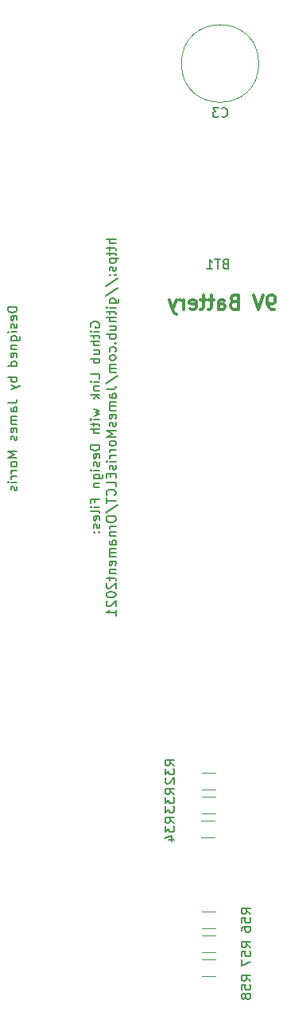
<source format=gbr>
%TF.GenerationSoftware,KiCad,Pcbnew,(5.1.9)-1*%
%TF.CreationDate,2021-12-13T22:42:44-05:00*%
%TF.ProjectId,Ornament,4f726e61-6d65-46e7-942e-6b696361645f,rev?*%
%TF.SameCoordinates,Original*%
%TF.FileFunction,Legend,Bot*%
%TF.FilePolarity,Positive*%
%FSLAX46Y46*%
G04 Gerber Fmt 4.6, Leading zero omitted, Abs format (unit mm)*
G04 Created by KiCad (PCBNEW (5.1.9)-1) date 2021-12-13 22:42:44*
%MOMM*%
%LPD*%
G01*
G04 APERTURE LIST*
%ADD10C,0.200000*%
%ADD11C,0.300000*%
%ADD12C,0.120000*%
%ADD13C,0.150000*%
G04 APERTURE END LIST*
D10*
X121864380Y-87821714D02*
X120864380Y-87821714D01*
X120864380Y-88059809D01*
X120912000Y-88202666D01*
X121007238Y-88297904D01*
X121102476Y-88345523D01*
X121292952Y-88393142D01*
X121435809Y-88393142D01*
X121626285Y-88345523D01*
X121721523Y-88297904D01*
X121816761Y-88202666D01*
X121864380Y-88059809D01*
X121864380Y-87821714D01*
X121816761Y-89202666D02*
X121864380Y-89107428D01*
X121864380Y-88916952D01*
X121816761Y-88821714D01*
X121721523Y-88774095D01*
X121340571Y-88774095D01*
X121245333Y-88821714D01*
X121197714Y-88916952D01*
X121197714Y-89107428D01*
X121245333Y-89202666D01*
X121340571Y-89250285D01*
X121435809Y-89250285D01*
X121531047Y-88774095D01*
X121816761Y-89631238D02*
X121864380Y-89726476D01*
X121864380Y-89916952D01*
X121816761Y-90012190D01*
X121721523Y-90059809D01*
X121673904Y-90059809D01*
X121578666Y-90012190D01*
X121531047Y-89916952D01*
X121531047Y-89774095D01*
X121483428Y-89678857D01*
X121388190Y-89631238D01*
X121340571Y-89631238D01*
X121245333Y-89678857D01*
X121197714Y-89774095D01*
X121197714Y-89916952D01*
X121245333Y-90012190D01*
X121864380Y-90488380D02*
X121197714Y-90488380D01*
X120864380Y-90488380D02*
X120912000Y-90440761D01*
X120959619Y-90488380D01*
X120912000Y-90536000D01*
X120864380Y-90488380D01*
X120959619Y-90488380D01*
X121197714Y-91393142D02*
X122007238Y-91393142D01*
X122102476Y-91345523D01*
X122150095Y-91297904D01*
X122197714Y-91202666D01*
X122197714Y-91059809D01*
X122150095Y-90964571D01*
X121816761Y-91393142D02*
X121864380Y-91297904D01*
X121864380Y-91107428D01*
X121816761Y-91012190D01*
X121769142Y-90964571D01*
X121673904Y-90916952D01*
X121388190Y-90916952D01*
X121292952Y-90964571D01*
X121245333Y-91012190D01*
X121197714Y-91107428D01*
X121197714Y-91297904D01*
X121245333Y-91393142D01*
X121197714Y-91869333D02*
X121864380Y-91869333D01*
X121292952Y-91869333D02*
X121245333Y-91916952D01*
X121197714Y-92012190D01*
X121197714Y-92155047D01*
X121245333Y-92250285D01*
X121340571Y-92297904D01*
X121864380Y-92297904D01*
X121816761Y-93155047D02*
X121864380Y-93059809D01*
X121864380Y-92869333D01*
X121816761Y-92774095D01*
X121721523Y-92726476D01*
X121340571Y-92726476D01*
X121245333Y-92774095D01*
X121197714Y-92869333D01*
X121197714Y-93059809D01*
X121245333Y-93155047D01*
X121340571Y-93202666D01*
X121435809Y-93202666D01*
X121531047Y-92726476D01*
X121864380Y-94059809D02*
X120864380Y-94059809D01*
X121816761Y-94059809D02*
X121864380Y-93964571D01*
X121864380Y-93774095D01*
X121816761Y-93678857D01*
X121769142Y-93631238D01*
X121673904Y-93583619D01*
X121388190Y-93583619D01*
X121292952Y-93631238D01*
X121245333Y-93678857D01*
X121197714Y-93774095D01*
X121197714Y-93964571D01*
X121245333Y-94059809D01*
X121864380Y-95297904D02*
X120864380Y-95297904D01*
X121245333Y-95297904D02*
X121197714Y-95393142D01*
X121197714Y-95583619D01*
X121245333Y-95678857D01*
X121292952Y-95726476D01*
X121388190Y-95774095D01*
X121673904Y-95774095D01*
X121769142Y-95726476D01*
X121816761Y-95678857D01*
X121864380Y-95583619D01*
X121864380Y-95393142D01*
X121816761Y-95297904D01*
X121197714Y-96107428D02*
X121864380Y-96345523D01*
X121197714Y-96583619D02*
X121864380Y-96345523D01*
X122102476Y-96250285D01*
X122150095Y-96202666D01*
X122197714Y-96107428D01*
X120864380Y-98012190D02*
X121578666Y-98012190D01*
X121721523Y-97964571D01*
X121816761Y-97869333D01*
X121864380Y-97726476D01*
X121864380Y-97631238D01*
X121864380Y-98916952D02*
X121340571Y-98916952D01*
X121245333Y-98869333D01*
X121197714Y-98774095D01*
X121197714Y-98583619D01*
X121245333Y-98488380D01*
X121816761Y-98916952D02*
X121864380Y-98821714D01*
X121864380Y-98583619D01*
X121816761Y-98488380D01*
X121721523Y-98440761D01*
X121626285Y-98440761D01*
X121531047Y-98488380D01*
X121483428Y-98583619D01*
X121483428Y-98821714D01*
X121435809Y-98916952D01*
X121864380Y-99393142D02*
X121197714Y-99393142D01*
X121292952Y-99393142D02*
X121245333Y-99440761D01*
X121197714Y-99536000D01*
X121197714Y-99678857D01*
X121245333Y-99774095D01*
X121340571Y-99821714D01*
X121864380Y-99821714D01*
X121340571Y-99821714D02*
X121245333Y-99869333D01*
X121197714Y-99964571D01*
X121197714Y-100107428D01*
X121245333Y-100202666D01*
X121340571Y-100250285D01*
X121864380Y-100250285D01*
X121816761Y-101107428D02*
X121864380Y-101012190D01*
X121864380Y-100821714D01*
X121816761Y-100726476D01*
X121721523Y-100678857D01*
X121340571Y-100678857D01*
X121245333Y-100726476D01*
X121197714Y-100821714D01*
X121197714Y-101012190D01*
X121245333Y-101107428D01*
X121340571Y-101155047D01*
X121435809Y-101155047D01*
X121531047Y-100678857D01*
X121816761Y-101536000D02*
X121864380Y-101631238D01*
X121864380Y-101821714D01*
X121816761Y-101916952D01*
X121721523Y-101964571D01*
X121673904Y-101964571D01*
X121578666Y-101916952D01*
X121531047Y-101821714D01*
X121531047Y-101678857D01*
X121483428Y-101583619D01*
X121388190Y-101536000D01*
X121340571Y-101536000D01*
X121245333Y-101583619D01*
X121197714Y-101678857D01*
X121197714Y-101821714D01*
X121245333Y-101916952D01*
X121864380Y-103155047D02*
X120864380Y-103155047D01*
X121578666Y-103488380D01*
X120864380Y-103821714D01*
X121864380Y-103821714D01*
X121864380Y-104440761D02*
X121816761Y-104345523D01*
X121769142Y-104297904D01*
X121673904Y-104250285D01*
X121388190Y-104250285D01*
X121292952Y-104297904D01*
X121245333Y-104345523D01*
X121197714Y-104440761D01*
X121197714Y-104583619D01*
X121245333Y-104678857D01*
X121292952Y-104726476D01*
X121388190Y-104774095D01*
X121673904Y-104774095D01*
X121769142Y-104726476D01*
X121816761Y-104678857D01*
X121864380Y-104583619D01*
X121864380Y-104440761D01*
X121864380Y-105202666D02*
X121197714Y-105202666D01*
X121388190Y-105202666D02*
X121292952Y-105250285D01*
X121245333Y-105297904D01*
X121197714Y-105393142D01*
X121197714Y-105488380D01*
X121864380Y-105821714D02*
X121197714Y-105821714D01*
X121388190Y-105821714D02*
X121292952Y-105869333D01*
X121245333Y-105916952D01*
X121197714Y-106012190D01*
X121197714Y-106107428D01*
X121864380Y-106440761D02*
X121197714Y-106440761D01*
X120864380Y-106440761D02*
X120912000Y-106393142D01*
X120959619Y-106440761D01*
X120912000Y-106488380D01*
X120864380Y-106440761D01*
X120959619Y-106440761D01*
X121816761Y-106869333D02*
X121864380Y-106964571D01*
X121864380Y-107155047D01*
X121816761Y-107250285D01*
X121721523Y-107297904D01*
X121673904Y-107297904D01*
X121578666Y-107250285D01*
X121531047Y-107155047D01*
X121531047Y-107012190D01*
X121483428Y-106916952D01*
X121388190Y-106869333D01*
X121340571Y-106869333D01*
X121245333Y-106916952D01*
X121197714Y-107012190D01*
X121197714Y-107155047D01*
X121245333Y-107250285D01*
X129714000Y-89964952D02*
X129666380Y-89869714D01*
X129666380Y-89726857D01*
X129714000Y-89584000D01*
X129809238Y-89488761D01*
X129904476Y-89441142D01*
X130094952Y-89393523D01*
X130237809Y-89393523D01*
X130428285Y-89441142D01*
X130523523Y-89488761D01*
X130618761Y-89584000D01*
X130666380Y-89726857D01*
X130666380Y-89822095D01*
X130618761Y-89964952D01*
X130571142Y-90012571D01*
X130237809Y-90012571D01*
X130237809Y-89822095D01*
X130666380Y-90441142D02*
X129999714Y-90441142D01*
X129666380Y-90441142D02*
X129714000Y-90393523D01*
X129761619Y-90441142D01*
X129714000Y-90488761D01*
X129666380Y-90441142D01*
X129761619Y-90441142D01*
X129999714Y-90774476D02*
X129999714Y-91155428D01*
X129666380Y-90917333D02*
X130523523Y-90917333D01*
X130618761Y-90964952D01*
X130666380Y-91060190D01*
X130666380Y-91155428D01*
X130666380Y-91488761D02*
X129666380Y-91488761D01*
X130666380Y-91917333D02*
X130142571Y-91917333D01*
X130047333Y-91869714D01*
X129999714Y-91774476D01*
X129999714Y-91631619D01*
X130047333Y-91536380D01*
X130094952Y-91488761D01*
X129999714Y-92822095D02*
X130666380Y-92822095D01*
X129999714Y-92393523D02*
X130523523Y-92393523D01*
X130618761Y-92441142D01*
X130666380Y-92536380D01*
X130666380Y-92679238D01*
X130618761Y-92774476D01*
X130571142Y-92822095D01*
X130666380Y-93298285D02*
X129666380Y-93298285D01*
X130047333Y-93298285D02*
X129999714Y-93393523D01*
X129999714Y-93584000D01*
X130047333Y-93679238D01*
X130094952Y-93726857D01*
X130190190Y-93774476D01*
X130475904Y-93774476D01*
X130571142Y-93726857D01*
X130618761Y-93679238D01*
X130666380Y-93584000D01*
X130666380Y-93393523D01*
X130618761Y-93298285D01*
X130666380Y-95441142D02*
X130666380Y-94964952D01*
X129666380Y-94964952D01*
X130666380Y-95774476D02*
X129999714Y-95774476D01*
X129666380Y-95774476D02*
X129714000Y-95726857D01*
X129761619Y-95774476D01*
X129714000Y-95822095D01*
X129666380Y-95774476D01*
X129761619Y-95774476D01*
X129999714Y-96250666D02*
X130666380Y-96250666D01*
X130094952Y-96250666D02*
X130047333Y-96298285D01*
X129999714Y-96393523D01*
X129999714Y-96536380D01*
X130047333Y-96631619D01*
X130142571Y-96679238D01*
X130666380Y-96679238D01*
X130666380Y-97155428D02*
X129666380Y-97155428D01*
X130285428Y-97250666D02*
X130666380Y-97536380D01*
X129999714Y-97536380D02*
X130380666Y-97155428D01*
X129999714Y-98631619D02*
X130666380Y-98822095D01*
X130190190Y-99012571D01*
X130666380Y-99203047D01*
X129999714Y-99393523D01*
X130666380Y-99774476D02*
X129999714Y-99774476D01*
X129666380Y-99774476D02*
X129714000Y-99726857D01*
X129761619Y-99774476D01*
X129714000Y-99822095D01*
X129666380Y-99774476D01*
X129761619Y-99774476D01*
X129999714Y-100107809D02*
X129999714Y-100488761D01*
X129666380Y-100250666D02*
X130523523Y-100250666D01*
X130618761Y-100298285D01*
X130666380Y-100393523D01*
X130666380Y-100488761D01*
X130666380Y-100822095D02*
X129666380Y-100822095D01*
X130666380Y-101250666D02*
X130142571Y-101250666D01*
X130047333Y-101203047D01*
X129999714Y-101107809D01*
X129999714Y-100964952D01*
X130047333Y-100869714D01*
X130094952Y-100822095D01*
X130666380Y-102488761D02*
X129666380Y-102488761D01*
X129666380Y-102726857D01*
X129714000Y-102869714D01*
X129809238Y-102964952D01*
X129904476Y-103012571D01*
X130094952Y-103060190D01*
X130237809Y-103060190D01*
X130428285Y-103012571D01*
X130523523Y-102964952D01*
X130618761Y-102869714D01*
X130666380Y-102726857D01*
X130666380Y-102488761D01*
X130618761Y-103869714D02*
X130666380Y-103774476D01*
X130666380Y-103584000D01*
X130618761Y-103488761D01*
X130523523Y-103441142D01*
X130142571Y-103441142D01*
X130047333Y-103488761D01*
X129999714Y-103584000D01*
X129999714Y-103774476D01*
X130047333Y-103869714D01*
X130142571Y-103917333D01*
X130237809Y-103917333D01*
X130333047Y-103441142D01*
X130618761Y-104298285D02*
X130666380Y-104393523D01*
X130666380Y-104584000D01*
X130618761Y-104679238D01*
X130523523Y-104726857D01*
X130475904Y-104726857D01*
X130380666Y-104679238D01*
X130333047Y-104584000D01*
X130333047Y-104441142D01*
X130285428Y-104345904D01*
X130190190Y-104298285D01*
X130142571Y-104298285D01*
X130047333Y-104345904D01*
X129999714Y-104441142D01*
X129999714Y-104584000D01*
X130047333Y-104679238D01*
X130666380Y-105155428D02*
X129999714Y-105155428D01*
X129666380Y-105155428D02*
X129714000Y-105107809D01*
X129761619Y-105155428D01*
X129714000Y-105203047D01*
X129666380Y-105155428D01*
X129761619Y-105155428D01*
X129999714Y-106060190D02*
X130809238Y-106060190D01*
X130904476Y-106012571D01*
X130952095Y-105964952D01*
X130999714Y-105869714D01*
X130999714Y-105726857D01*
X130952095Y-105631619D01*
X130618761Y-106060190D02*
X130666380Y-105964952D01*
X130666380Y-105774476D01*
X130618761Y-105679238D01*
X130571142Y-105631619D01*
X130475904Y-105584000D01*
X130190190Y-105584000D01*
X130094952Y-105631619D01*
X130047333Y-105679238D01*
X129999714Y-105774476D01*
X129999714Y-105964952D01*
X130047333Y-106060190D01*
X129999714Y-106536380D02*
X130666380Y-106536380D01*
X130094952Y-106536380D02*
X130047333Y-106584000D01*
X129999714Y-106679238D01*
X129999714Y-106822095D01*
X130047333Y-106917333D01*
X130142571Y-106964952D01*
X130666380Y-106964952D01*
X130142571Y-108536380D02*
X130142571Y-108203047D01*
X130666380Y-108203047D02*
X129666380Y-108203047D01*
X129666380Y-108679238D01*
X130666380Y-109060190D02*
X129999714Y-109060190D01*
X129666380Y-109060190D02*
X129714000Y-109012571D01*
X129761619Y-109060190D01*
X129714000Y-109107809D01*
X129666380Y-109060190D01*
X129761619Y-109060190D01*
X130666380Y-109679238D02*
X130618761Y-109584000D01*
X130523523Y-109536380D01*
X129666380Y-109536380D01*
X130618761Y-110441142D02*
X130666380Y-110345904D01*
X130666380Y-110155428D01*
X130618761Y-110060190D01*
X130523523Y-110012571D01*
X130142571Y-110012571D01*
X130047333Y-110060190D01*
X129999714Y-110155428D01*
X129999714Y-110345904D01*
X130047333Y-110441142D01*
X130142571Y-110488761D01*
X130237809Y-110488761D01*
X130333047Y-110012571D01*
X130618761Y-110869714D02*
X130666380Y-110964952D01*
X130666380Y-111155428D01*
X130618761Y-111250666D01*
X130523523Y-111298285D01*
X130475904Y-111298285D01*
X130380666Y-111250666D01*
X130333047Y-111155428D01*
X130333047Y-111012571D01*
X130285428Y-110917333D01*
X130190190Y-110869714D01*
X130142571Y-110869714D01*
X130047333Y-110917333D01*
X129999714Y-111012571D01*
X129999714Y-111155428D01*
X130047333Y-111250666D01*
X130571142Y-111726857D02*
X130618761Y-111774476D01*
X130666380Y-111726857D01*
X130618761Y-111679238D01*
X130571142Y-111726857D01*
X130666380Y-111726857D01*
X130047333Y-111726857D02*
X130094952Y-111774476D01*
X130142571Y-111726857D01*
X130094952Y-111679238D01*
X130047333Y-111726857D01*
X130142571Y-111726857D01*
X132366380Y-80655428D02*
X131366380Y-80655428D01*
X132366380Y-81084000D02*
X131842571Y-81084000D01*
X131747333Y-81036380D01*
X131699714Y-80941142D01*
X131699714Y-80798285D01*
X131747333Y-80703047D01*
X131794952Y-80655428D01*
X131699714Y-81417333D02*
X131699714Y-81798285D01*
X131366380Y-81560190D02*
X132223523Y-81560190D01*
X132318761Y-81607809D01*
X132366380Y-81703047D01*
X132366380Y-81798285D01*
X131699714Y-81988761D02*
X131699714Y-82369714D01*
X131366380Y-82131619D02*
X132223523Y-82131619D01*
X132318761Y-82179238D01*
X132366380Y-82274476D01*
X132366380Y-82369714D01*
X131699714Y-82703047D02*
X132699714Y-82703047D01*
X131747333Y-82703047D02*
X131699714Y-82798285D01*
X131699714Y-82988761D01*
X131747333Y-83084000D01*
X131794952Y-83131619D01*
X131890190Y-83179238D01*
X132175904Y-83179238D01*
X132271142Y-83131619D01*
X132318761Y-83084000D01*
X132366380Y-82988761D01*
X132366380Y-82798285D01*
X132318761Y-82703047D01*
X132318761Y-83560190D02*
X132366380Y-83655428D01*
X132366380Y-83845904D01*
X132318761Y-83941142D01*
X132223523Y-83988761D01*
X132175904Y-83988761D01*
X132080666Y-83941142D01*
X132033047Y-83845904D01*
X132033047Y-83703047D01*
X131985428Y-83607809D01*
X131890190Y-83560190D01*
X131842571Y-83560190D01*
X131747333Y-83607809D01*
X131699714Y-83703047D01*
X131699714Y-83845904D01*
X131747333Y-83941142D01*
X132271142Y-84417333D02*
X132318761Y-84464952D01*
X132366380Y-84417333D01*
X132318761Y-84369714D01*
X132271142Y-84417333D01*
X132366380Y-84417333D01*
X131747333Y-84417333D02*
X131794952Y-84464952D01*
X131842571Y-84417333D01*
X131794952Y-84369714D01*
X131747333Y-84417333D01*
X131842571Y-84417333D01*
X131318761Y-85607809D02*
X132604476Y-84750666D01*
X131318761Y-86655428D02*
X132604476Y-85798285D01*
X131699714Y-87417333D02*
X132509238Y-87417333D01*
X132604476Y-87369714D01*
X132652095Y-87322095D01*
X132699714Y-87226857D01*
X132699714Y-87084000D01*
X132652095Y-86988761D01*
X132318761Y-87417333D02*
X132366380Y-87322095D01*
X132366380Y-87131619D01*
X132318761Y-87036380D01*
X132271142Y-86988761D01*
X132175904Y-86941142D01*
X131890190Y-86941142D01*
X131794952Y-86988761D01*
X131747333Y-87036380D01*
X131699714Y-87131619D01*
X131699714Y-87322095D01*
X131747333Y-87417333D01*
X132366380Y-87893523D02*
X131699714Y-87893523D01*
X131366380Y-87893523D02*
X131414000Y-87845904D01*
X131461619Y-87893523D01*
X131414000Y-87941142D01*
X131366380Y-87893523D01*
X131461619Y-87893523D01*
X131699714Y-88226857D02*
X131699714Y-88607809D01*
X131366380Y-88369714D02*
X132223523Y-88369714D01*
X132318761Y-88417333D01*
X132366380Y-88512571D01*
X132366380Y-88607809D01*
X132366380Y-88941142D02*
X131366380Y-88941142D01*
X132366380Y-89369714D02*
X131842571Y-89369714D01*
X131747333Y-89322095D01*
X131699714Y-89226857D01*
X131699714Y-89084000D01*
X131747333Y-88988761D01*
X131794952Y-88941142D01*
X131699714Y-90274476D02*
X132366380Y-90274476D01*
X131699714Y-89845904D02*
X132223523Y-89845904D01*
X132318761Y-89893523D01*
X132366380Y-89988761D01*
X132366380Y-90131619D01*
X132318761Y-90226857D01*
X132271142Y-90274476D01*
X132366380Y-90750666D02*
X131366380Y-90750666D01*
X131747333Y-90750666D02*
X131699714Y-90845904D01*
X131699714Y-91036380D01*
X131747333Y-91131619D01*
X131794952Y-91179238D01*
X131890190Y-91226857D01*
X132175904Y-91226857D01*
X132271142Y-91179238D01*
X132318761Y-91131619D01*
X132366380Y-91036380D01*
X132366380Y-90845904D01*
X132318761Y-90750666D01*
X132271142Y-91655428D02*
X132318761Y-91703047D01*
X132366380Y-91655428D01*
X132318761Y-91607809D01*
X132271142Y-91655428D01*
X132366380Y-91655428D01*
X132318761Y-92560190D02*
X132366380Y-92464952D01*
X132366380Y-92274476D01*
X132318761Y-92179238D01*
X132271142Y-92131619D01*
X132175904Y-92084000D01*
X131890190Y-92084000D01*
X131794952Y-92131619D01*
X131747333Y-92179238D01*
X131699714Y-92274476D01*
X131699714Y-92464952D01*
X131747333Y-92560190D01*
X132366380Y-93131619D02*
X132318761Y-93036380D01*
X132271142Y-92988761D01*
X132175904Y-92941142D01*
X131890190Y-92941142D01*
X131794952Y-92988761D01*
X131747333Y-93036380D01*
X131699714Y-93131619D01*
X131699714Y-93274476D01*
X131747333Y-93369714D01*
X131794952Y-93417333D01*
X131890190Y-93464952D01*
X132175904Y-93464952D01*
X132271142Y-93417333D01*
X132318761Y-93369714D01*
X132366380Y-93274476D01*
X132366380Y-93131619D01*
X132366380Y-93893523D02*
X131699714Y-93893523D01*
X131794952Y-93893523D02*
X131747333Y-93941142D01*
X131699714Y-94036380D01*
X131699714Y-94179238D01*
X131747333Y-94274476D01*
X131842571Y-94322095D01*
X132366380Y-94322095D01*
X131842571Y-94322095D02*
X131747333Y-94369714D01*
X131699714Y-94464952D01*
X131699714Y-94607809D01*
X131747333Y-94703047D01*
X131842571Y-94750666D01*
X132366380Y-94750666D01*
X131318761Y-95941142D02*
X132604476Y-95084000D01*
X131366380Y-96560190D02*
X132080666Y-96560190D01*
X132223523Y-96512571D01*
X132318761Y-96417333D01*
X132366380Y-96274476D01*
X132366380Y-96179238D01*
X132366380Y-97464952D02*
X131842571Y-97464952D01*
X131747333Y-97417333D01*
X131699714Y-97322095D01*
X131699714Y-97131619D01*
X131747333Y-97036380D01*
X132318761Y-97464952D02*
X132366380Y-97369714D01*
X132366380Y-97131619D01*
X132318761Y-97036380D01*
X132223523Y-96988761D01*
X132128285Y-96988761D01*
X132033047Y-97036380D01*
X131985428Y-97131619D01*
X131985428Y-97369714D01*
X131937809Y-97464952D01*
X132366380Y-97941142D02*
X131699714Y-97941142D01*
X131794952Y-97941142D02*
X131747333Y-97988761D01*
X131699714Y-98084000D01*
X131699714Y-98226857D01*
X131747333Y-98322095D01*
X131842571Y-98369714D01*
X132366380Y-98369714D01*
X131842571Y-98369714D02*
X131747333Y-98417333D01*
X131699714Y-98512571D01*
X131699714Y-98655428D01*
X131747333Y-98750666D01*
X131842571Y-98798285D01*
X132366380Y-98798285D01*
X132318761Y-99655428D02*
X132366380Y-99560190D01*
X132366380Y-99369714D01*
X132318761Y-99274476D01*
X132223523Y-99226857D01*
X131842571Y-99226857D01*
X131747333Y-99274476D01*
X131699714Y-99369714D01*
X131699714Y-99560190D01*
X131747333Y-99655428D01*
X131842571Y-99703047D01*
X131937809Y-99703047D01*
X132033047Y-99226857D01*
X132318761Y-100083999D02*
X132366380Y-100179238D01*
X132366380Y-100369714D01*
X132318761Y-100464952D01*
X132223523Y-100512571D01*
X132175904Y-100512571D01*
X132080666Y-100464952D01*
X132033047Y-100369714D01*
X132033047Y-100226857D01*
X131985428Y-100131619D01*
X131890190Y-100083999D01*
X131842571Y-100083999D01*
X131747333Y-100131619D01*
X131699714Y-100226857D01*
X131699714Y-100369714D01*
X131747333Y-100464952D01*
X132366380Y-100941142D02*
X131366380Y-100941142D01*
X132080666Y-101274476D01*
X131366380Y-101607809D01*
X132366380Y-101607809D01*
X132366380Y-102226857D02*
X132318761Y-102131619D01*
X132271142Y-102083999D01*
X132175904Y-102036380D01*
X131890190Y-102036380D01*
X131794952Y-102083999D01*
X131747333Y-102131619D01*
X131699714Y-102226857D01*
X131699714Y-102369714D01*
X131747333Y-102464952D01*
X131794952Y-102512571D01*
X131890190Y-102560190D01*
X132175904Y-102560190D01*
X132271142Y-102512571D01*
X132318761Y-102464952D01*
X132366380Y-102369714D01*
X132366380Y-102226857D01*
X132366380Y-102988761D02*
X131699714Y-102988761D01*
X131890190Y-102988761D02*
X131794952Y-103036380D01*
X131747333Y-103083999D01*
X131699714Y-103179238D01*
X131699714Y-103274476D01*
X132366380Y-103607809D02*
X131699714Y-103607809D01*
X131890190Y-103607809D02*
X131794952Y-103655428D01*
X131747333Y-103703047D01*
X131699714Y-103798285D01*
X131699714Y-103893523D01*
X132366380Y-104226857D02*
X131699714Y-104226857D01*
X131366380Y-104226857D02*
X131414000Y-104179238D01*
X131461619Y-104226857D01*
X131414000Y-104274476D01*
X131366380Y-104226857D01*
X131461619Y-104226857D01*
X132318761Y-104655428D02*
X132366380Y-104750666D01*
X132366380Y-104941142D01*
X132318761Y-105036380D01*
X132223523Y-105083999D01*
X132175904Y-105083999D01*
X132080666Y-105036380D01*
X132033047Y-104941142D01*
X132033047Y-104798285D01*
X131985428Y-104703047D01*
X131890190Y-104655428D01*
X131842571Y-104655428D01*
X131747333Y-104703047D01*
X131699714Y-104798285D01*
X131699714Y-104941142D01*
X131747333Y-105036380D01*
X131842571Y-105512571D02*
X131842571Y-105845904D01*
X132366380Y-105988761D02*
X132366380Y-105512571D01*
X131366380Y-105512571D01*
X131366380Y-105988761D01*
X132366380Y-106893523D02*
X132366380Y-106417333D01*
X131366380Y-106417333D01*
X132271142Y-107798285D02*
X132318761Y-107750666D01*
X132366380Y-107607809D01*
X132366380Y-107512571D01*
X132318761Y-107369714D01*
X132223523Y-107274476D01*
X132128285Y-107226857D01*
X131937809Y-107179238D01*
X131794952Y-107179238D01*
X131604476Y-107226857D01*
X131509238Y-107274476D01*
X131414000Y-107369714D01*
X131366380Y-107512571D01*
X131366380Y-107607809D01*
X131414000Y-107750666D01*
X131461619Y-107798285D01*
X131366380Y-108083999D02*
X131366380Y-108655428D01*
X132366380Y-108369714D02*
X131366380Y-108369714D01*
X131318761Y-109703047D02*
X132604476Y-108845904D01*
X131366380Y-110226857D02*
X131366380Y-110417333D01*
X131414000Y-110512571D01*
X131509238Y-110607809D01*
X131699714Y-110655428D01*
X132033047Y-110655428D01*
X132223523Y-110607809D01*
X132318761Y-110512571D01*
X132366380Y-110417333D01*
X132366380Y-110226857D01*
X132318761Y-110131619D01*
X132223523Y-110036380D01*
X132033047Y-109988761D01*
X131699714Y-109988761D01*
X131509238Y-110036380D01*
X131414000Y-110131619D01*
X131366380Y-110226857D01*
X132366380Y-111083999D02*
X131699714Y-111083999D01*
X131890190Y-111083999D02*
X131794952Y-111131619D01*
X131747333Y-111179238D01*
X131699714Y-111274476D01*
X131699714Y-111369714D01*
X131699714Y-111703047D02*
X132366380Y-111703047D01*
X131794952Y-111703047D02*
X131747333Y-111750666D01*
X131699714Y-111845904D01*
X131699714Y-111988761D01*
X131747333Y-112083999D01*
X131842571Y-112131619D01*
X132366380Y-112131619D01*
X132366380Y-113036380D02*
X131842571Y-113036380D01*
X131747333Y-112988761D01*
X131699714Y-112893523D01*
X131699714Y-112703047D01*
X131747333Y-112607809D01*
X132318761Y-113036380D02*
X132366380Y-112941142D01*
X132366380Y-112703047D01*
X132318761Y-112607809D01*
X132223523Y-112560190D01*
X132128285Y-112560190D01*
X132033047Y-112607809D01*
X131985428Y-112703047D01*
X131985428Y-112941142D01*
X131937809Y-113036380D01*
X132366380Y-113512571D02*
X131699714Y-113512571D01*
X131794952Y-113512571D02*
X131747333Y-113560190D01*
X131699714Y-113655428D01*
X131699714Y-113798285D01*
X131747333Y-113893523D01*
X131842571Y-113941142D01*
X132366380Y-113941142D01*
X131842571Y-113941142D02*
X131747333Y-113988761D01*
X131699714Y-114083999D01*
X131699714Y-114226857D01*
X131747333Y-114322095D01*
X131842571Y-114369714D01*
X132366380Y-114369714D01*
X132318761Y-115226857D02*
X132366380Y-115131619D01*
X132366380Y-114941142D01*
X132318761Y-114845904D01*
X132223523Y-114798285D01*
X131842571Y-114798285D01*
X131747333Y-114845904D01*
X131699714Y-114941142D01*
X131699714Y-115131619D01*
X131747333Y-115226857D01*
X131842571Y-115274476D01*
X131937809Y-115274476D01*
X132033047Y-114798285D01*
X131699714Y-115703047D02*
X132366380Y-115703047D01*
X131794952Y-115703047D02*
X131747333Y-115750666D01*
X131699714Y-115845904D01*
X131699714Y-115988761D01*
X131747333Y-116083999D01*
X131842571Y-116131619D01*
X132366380Y-116131619D01*
X131699714Y-116464952D02*
X131699714Y-116845904D01*
X131366380Y-116607809D02*
X132223523Y-116607809D01*
X132318761Y-116655428D01*
X132366380Y-116750666D01*
X132366380Y-116845904D01*
X131461619Y-117131619D02*
X131414000Y-117179238D01*
X131366380Y-117274476D01*
X131366380Y-117512571D01*
X131414000Y-117607809D01*
X131461619Y-117655428D01*
X131556857Y-117703047D01*
X131652095Y-117703047D01*
X131794952Y-117655428D01*
X132366380Y-117083999D01*
X132366380Y-117703047D01*
X131366380Y-118322095D02*
X131366380Y-118417333D01*
X131414000Y-118512571D01*
X131461619Y-118560190D01*
X131556857Y-118607809D01*
X131747333Y-118655428D01*
X131985428Y-118655428D01*
X132175904Y-118607809D01*
X132271142Y-118560190D01*
X132318761Y-118512571D01*
X132366380Y-118417333D01*
X132366380Y-118322095D01*
X132318761Y-118226857D01*
X132271142Y-118179238D01*
X132175904Y-118131619D01*
X131985428Y-118083999D01*
X131747333Y-118083999D01*
X131556857Y-118131619D01*
X131461619Y-118179238D01*
X131414000Y-118226857D01*
X131366380Y-118322095D01*
X131461619Y-119036380D02*
X131414000Y-119083999D01*
X131366380Y-119179238D01*
X131366380Y-119417333D01*
X131414000Y-119512571D01*
X131461619Y-119560190D01*
X131556857Y-119607809D01*
X131652095Y-119607809D01*
X131794952Y-119560190D01*
X132366380Y-118988761D01*
X132366380Y-119607809D01*
X132366380Y-120560190D02*
X132366380Y-119988761D01*
X132366380Y-120274476D02*
X131366380Y-120274476D01*
X131509238Y-120179238D01*
X131604476Y-120083999D01*
X131652095Y-119988761D01*
D11*
X149228285Y-88054571D02*
X148942571Y-88054571D01*
X148799714Y-87983142D01*
X148728285Y-87911714D01*
X148585428Y-87697428D01*
X148514000Y-87411714D01*
X148514000Y-86840285D01*
X148585428Y-86697428D01*
X148656857Y-86626000D01*
X148799714Y-86554571D01*
X149085428Y-86554571D01*
X149228285Y-86626000D01*
X149299714Y-86697428D01*
X149371142Y-86840285D01*
X149371142Y-87197428D01*
X149299714Y-87340285D01*
X149228285Y-87411714D01*
X149085428Y-87483142D01*
X148799714Y-87483142D01*
X148656857Y-87411714D01*
X148585428Y-87340285D01*
X148514000Y-87197428D01*
X148085428Y-86554571D02*
X147585428Y-88054571D01*
X147085428Y-86554571D01*
X144942571Y-87268857D02*
X144728285Y-87340285D01*
X144656857Y-87411714D01*
X144585428Y-87554571D01*
X144585428Y-87768857D01*
X144656857Y-87911714D01*
X144728285Y-87983142D01*
X144871142Y-88054571D01*
X145442571Y-88054571D01*
X145442571Y-86554571D01*
X144942571Y-86554571D01*
X144799714Y-86626000D01*
X144728285Y-86697428D01*
X144656857Y-86840285D01*
X144656857Y-86983142D01*
X144728285Y-87126000D01*
X144799714Y-87197428D01*
X144942571Y-87268857D01*
X145442571Y-87268857D01*
X143299714Y-88054571D02*
X143299714Y-87268857D01*
X143371142Y-87126000D01*
X143514000Y-87054571D01*
X143799714Y-87054571D01*
X143942571Y-87126000D01*
X143299714Y-87983142D02*
X143442571Y-88054571D01*
X143799714Y-88054571D01*
X143942571Y-87983142D01*
X144014000Y-87840285D01*
X144014000Y-87697428D01*
X143942571Y-87554571D01*
X143799714Y-87483142D01*
X143442571Y-87483142D01*
X143299714Y-87411714D01*
X142799714Y-87054571D02*
X142228285Y-87054571D01*
X142585428Y-86554571D02*
X142585428Y-87840285D01*
X142514000Y-87983142D01*
X142371142Y-88054571D01*
X142228285Y-88054571D01*
X141942571Y-87054571D02*
X141371142Y-87054571D01*
X141728285Y-86554571D02*
X141728285Y-87840285D01*
X141656857Y-87983142D01*
X141514000Y-88054571D01*
X141371142Y-88054571D01*
X140299714Y-87983142D02*
X140442571Y-88054571D01*
X140728285Y-88054571D01*
X140871142Y-87983142D01*
X140942571Y-87840285D01*
X140942571Y-87268857D01*
X140871142Y-87126000D01*
X140728285Y-87054571D01*
X140442571Y-87054571D01*
X140299714Y-87126000D01*
X140228285Y-87268857D01*
X140228285Y-87411714D01*
X140942571Y-87554571D01*
X139585428Y-88054571D02*
X139585428Y-87054571D01*
X139585428Y-87340285D02*
X139514000Y-87197428D01*
X139442571Y-87126000D01*
X139299714Y-87054571D01*
X139156857Y-87054571D01*
X138799714Y-87054571D02*
X138442571Y-88054571D01*
X138085428Y-87054571D02*
X138442571Y-88054571D01*
X138585428Y-88411714D01*
X138656857Y-88483142D01*
X138799714Y-88554571D01*
D12*
%TO.C,C3*%
X147602000Y-61976000D02*
G75*
G03*
X147602000Y-61976000I-4120000J0D01*
G01*
%TO.C,R58*%
X141512936Y-158898000D02*
X142967064Y-158898000D01*
X141512936Y-157078000D02*
X142967064Y-157078000D01*
%TO.C,R57*%
X141512936Y-156358000D02*
X142967064Y-156358000D01*
X141512936Y-154538000D02*
X142967064Y-154538000D01*
%TO.C,R56*%
X141512936Y-153818000D02*
X142967064Y-153818000D01*
X141512936Y-151998000D02*
X142967064Y-151998000D01*
%TO.C,R34*%
X141486936Y-144166000D02*
X142941064Y-144166000D01*
X141486936Y-142346000D02*
X142941064Y-142346000D01*
%TO.C,R33*%
X141538936Y-141626000D02*
X142993064Y-141626000D01*
X141538936Y-139806000D02*
X142993064Y-139806000D01*
%TO.C,R32*%
X141512936Y-139086000D02*
X142967064Y-139086000D01*
X141512936Y-137266000D02*
X142967064Y-137266000D01*
%TO.C,BT1*%
D13*
X144041714Y-83240571D02*
X143898857Y-83288190D01*
X143851238Y-83335809D01*
X143803619Y-83431047D01*
X143803619Y-83573904D01*
X143851238Y-83669142D01*
X143898857Y-83716761D01*
X143994095Y-83764380D01*
X144375047Y-83764380D01*
X144375047Y-82764380D01*
X144041714Y-82764380D01*
X143946476Y-82812000D01*
X143898857Y-82859619D01*
X143851238Y-82954857D01*
X143851238Y-83050095D01*
X143898857Y-83145333D01*
X143946476Y-83192952D01*
X144041714Y-83240571D01*
X144375047Y-83240571D01*
X143517904Y-82764380D02*
X142946476Y-82764380D01*
X143232190Y-83764380D02*
X143232190Y-82764380D01*
X142089333Y-83764380D02*
X142660761Y-83764380D01*
X142375047Y-83764380D02*
X142375047Y-82764380D01*
X142470285Y-82907238D01*
X142565523Y-83002476D01*
X142660761Y-83050095D01*
%TO.C,C3*%
X143648666Y-67583142D02*
X143696285Y-67630761D01*
X143839142Y-67678380D01*
X143934380Y-67678380D01*
X144077238Y-67630761D01*
X144172476Y-67535523D01*
X144220095Y-67440285D01*
X144267714Y-67249809D01*
X144267714Y-67106952D01*
X144220095Y-66916476D01*
X144172476Y-66821238D01*
X144077238Y-66726000D01*
X143934380Y-66678380D01*
X143839142Y-66678380D01*
X143696285Y-66726000D01*
X143648666Y-66773619D01*
X143315333Y-66678380D02*
X142696285Y-66678380D01*
X143029619Y-67059333D01*
X142886761Y-67059333D01*
X142791523Y-67106952D01*
X142743904Y-67154571D01*
X142696285Y-67249809D01*
X142696285Y-67487904D01*
X142743904Y-67583142D01*
X142791523Y-67630761D01*
X142886761Y-67678380D01*
X143172476Y-67678380D01*
X143267714Y-67630761D01*
X143315333Y-67583142D01*
%TO.C,R58*%
X146756380Y-159377142D02*
X146280190Y-159043809D01*
X146756380Y-158805714D02*
X145756380Y-158805714D01*
X145756380Y-159186666D01*
X145804000Y-159281904D01*
X145851619Y-159329523D01*
X145946857Y-159377142D01*
X146089714Y-159377142D01*
X146184952Y-159329523D01*
X146232571Y-159281904D01*
X146280190Y-159186666D01*
X146280190Y-158805714D01*
X145756380Y-160281904D02*
X145756380Y-159805714D01*
X146232571Y-159758095D01*
X146184952Y-159805714D01*
X146137333Y-159900952D01*
X146137333Y-160139047D01*
X146184952Y-160234285D01*
X146232571Y-160281904D01*
X146327809Y-160329523D01*
X146565904Y-160329523D01*
X146661142Y-160281904D01*
X146708761Y-160234285D01*
X146756380Y-160139047D01*
X146756380Y-159900952D01*
X146708761Y-159805714D01*
X146661142Y-159758095D01*
X146184952Y-160900952D02*
X146137333Y-160805714D01*
X146089714Y-160758095D01*
X145994476Y-160710476D01*
X145946857Y-160710476D01*
X145851619Y-160758095D01*
X145804000Y-160805714D01*
X145756380Y-160900952D01*
X145756380Y-161091428D01*
X145804000Y-161186666D01*
X145851619Y-161234285D01*
X145946857Y-161281904D01*
X145994476Y-161281904D01*
X146089714Y-161234285D01*
X146137333Y-161186666D01*
X146184952Y-161091428D01*
X146184952Y-160900952D01*
X146232571Y-160805714D01*
X146280190Y-160758095D01*
X146375428Y-160710476D01*
X146565904Y-160710476D01*
X146661142Y-160758095D01*
X146708761Y-160805714D01*
X146756380Y-160900952D01*
X146756380Y-161091428D01*
X146708761Y-161186666D01*
X146661142Y-161234285D01*
X146565904Y-161281904D01*
X146375428Y-161281904D01*
X146280190Y-161234285D01*
X146232571Y-161186666D01*
X146184952Y-161091428D01*
%TO.C,R57*%
X146756380Y-155821142D02*
X146280190Y-155487809D01*
X146756380Y-155249714D02*
X145756380Y-155249714D01*
X145756380Y-155630666D01*
X145804000Y-155725904D01*
X145851619Y-155773523D01*
X145946857Y-155821142D01*
X146089714Y-155821142D01*
X146184952Y-155773523D01*
X146232571Y-155725904D01*
X146280190Y-155630666D01*
X146280190Y-155249714D01*
X145756380Y-156725904D02*
X145756380Y-156249714D01*
X146232571Y-156202095D01*
X146184952Y-156249714D01*
X146137333Y-156344952D01*
X146137333Y-156583047D01*
X146184952Y-156678285D01*
X146232571Y-156725904D01*
X146327809Y-156773523D01*
X146565904Y-156773523D01*
X146661142Y-156725904D01*
X146708761Y-156678285D01*
X146756380Y-156583047D01*
X146756380Y-156344952D01*
X146708761Y-156249714D01*
X146661142Y-156202095D01*
X145756380Y-157106857D02*
X145756380Y-157773523D01*
X146756380Y-157344952D01*
%TO.C,R56*%
X146756380Y-152265142D02*
X146280190Y-151931809D01*
X146756380Y-151693714D02*
X145756380Y-151693714D01*
X145756380Y-152074666D01*
X145804000Y-152169904D01*
X145851619Y-152217523D01*
X145946857Y-152265142D01*
X146089714Y-152265142D01*
X146184952Y-152217523D01*
X146232571Y-152169904D01*
X146280190Y-152074666D01*
X146280190Y-151693714D01*
X145756380Y-153169904D02*
X145756380Y-152693714D01*
X146232571Y-152646095D01*
X146184952Y-152693714D01*
X146137333Y-152788952D01*
X146137333Y-153027047D01*
X146184952Y-153122285D01*
X146232571Y-153169904D01*
X146327809Y-153217523D01*
X146565904Y-153217523D01*
X146661142Y-153169904D01*
X146708761Y-153122285D01*
X146756380Y-153027047D01*
X146756380Y-152788952D01*
X146708761Y-152693714D01*
X146661142Y-152646095D01*
X145756380Y-154074666D02*
X145756380Y-153884190D01*
X145804000Y-153788952D01*
X145851619Y-153741333D01*
X145994476Y-153646095D01*
X146184952Y-153598476D01*
X146565904Y-153598476D01*
X146661142Y-153646095D01*
X146708761Y-153693714D01*
X146756380Y-153788952D01*
X146756380Y-153979428D01*
X146708761Y-154074666D01*
X146661142Y-154122285D01*
X146565904Y-154169904D01*
X146327809Y-154169904D01*
X146232571Y-154122285D01*
X146184952Y-154074666D01*
X146137333Y-153979428D01*
X146137333Y-153788952D01*
X146184952Y-153693714D01*
X146232571Y-153646095D01*
X146327809Y-153598476D01*
%TO.C,R34*%
X138628380Y-142613142D02*
X138152190Y-142279809D01*
X138628380Y-142041714D02*
X137628380Y-142041714D01*
X137628380Y-142422666D01*
X137676000Y-142517904D01*
X137723619Y-142565523D01*
X137818857Y-142613142D01*
X137961714Y-142613142D01*
X138056952Y-142565523D01*
X138104571Y-142517904D01*
X138152190Y-142422666D01*
X138152190Y-142041714D01*
X137628380Y-142946476D02*
X137628380Y-143565523D01*
X138009333Y-143232190D01*
X138009333Y-143375047D01*
X138056952Y-143470285D01*
X138104571Y-143517904D01*
X138199809Y-143565523D01*
X138437904Y-143565523D01*
X138533142Y-143517904D01*
X138580761Y-143470285D01*
X138628380Y-143375047D01*
X138628380Y-143089333D01*
X138580761Y-142994095D01*
X138533142Y-142946476D01*
X137961714Y-144422666D02*
X138628380Y-144422666D01*
X137580761Y-144184571D02*
X138295047Y-143946476D01*
X138295047Y-144565523D01*
%TO.C,R33*%
X138628380Y-139565142D02*
X138152190Y-139231809D01*
X138628380Y-138993714D02*
X137628380Y-138993714D01*
X137628380Y-139374666D01*
X137676000Y-139469904D01*
X137723619Y-139517523D01*
X137818857Y-139565142D01*
X137961714Y-139565142D01*
X138056952Y-139517523D01*
X138104571Y-139469904D01*
X138152190Y-139374666D01*
X138152190Y-138993714D01*
X137628380Y-139898476D02*
X137628380Y-140517523D01*
X138009333Y-140184190D01*
X138009333Y-140327047D01*
X138056952Y-140422285D01*
X138104571Y-140469904D01*
X138199809Y-140517523D01*
X138437904Y-140517523D01*
X138533142Y-140469904D01*
X138580761Y-140422285D01*
X138628380Y-140327047D01*
X138628380Y-140041333D01*
X138580761Y-139946095D01*
X138533142Y-139898476D01*
X137628380Y-140850857D02*
X137628380Y-141469904D01*
X138009333Y-141136571D01*
X138009333Y-141279428D01*
X138056952Y-141374666D01*
X138104571Y-141422285D01*
X138199809Y-141469904D01*
X138437904Y-141469904D01*
X138533142Y-141422285D01*
X138580761Y-141374666D01*
X138628380Y-141279428D01*
X138628380Y-140993714D01*
X138580761Y-140898476D01*
X138533142Y-140850857D01*
%TO.C,R32*%
X138628380Y-136517142D02*
X138152190Y-136183809D01*
X138628380Y-135945714D02*
X137628380Y-135945714D01*
X137628380Y-136326666D01*
X137676000Y-136421904D01*
X137723619Y-136469523D01*
X137818857Y-136517142D01*
X137961714Y-136517142D01*
X138056952Y-136469523D01*
X138104571Y-136421904D01*
X138152190Y-136326666D01*
X138152190Y-135945714D01*
X137628380Y-136850476D02*
X137628380Y-137469523D01*
X138009333Y-137136190D01*
X138009333Y-137279047D01*
X138056952Y-137374285D01*
X138104571Y-137421904D01*
X138199809Y-137469523D01*
X138437904Y-137469523D01*
X138533142Y-137421904D01*
X138580761Y-137374285D01*
X138628380Y-137279047D01*
X138628380Y-136993333D01*
X138580761Y-136898095D01*
X138533142Y-136850476D01*
X137723619Y-137850476D02*
X137676000Y-137898095D01*
X137628380Y-137993333D01*
X137628380Y-138231428D01*
X137676000Y-138326666D01*
X137723619Y-138374285D01*
X137818857Y-138421904D01*
X137914095Y-138421904D01*
X138056952Y-138374285D01*
X138628380Y-137802857D01*
X138628380Y-138421904D01*
%TD*%
M02*

</source>
